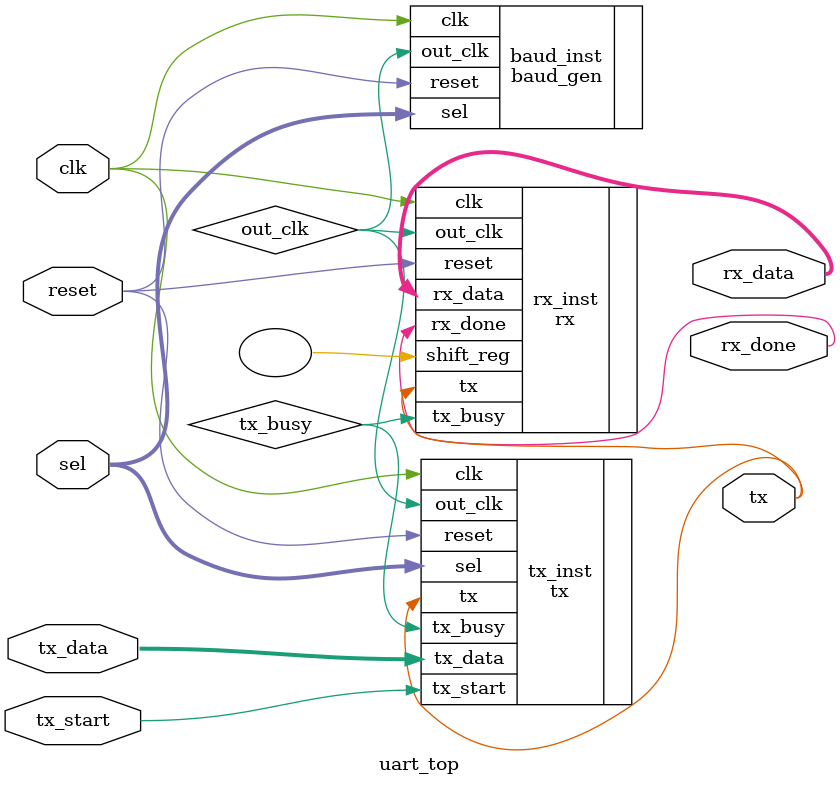
<source format=v>
`timescale 1ns / 1ns
module uart_top (
    input wire clk,                 // System clock...
    input wire reset,               // Reset signal...
    input wire [1:0] sel,           // Baud rate selector...
    input wire tx_start,            // Start signal for TX...
    input wire [7:0] tx_data,       // Data to transmit...
    output wire tx,                 // UART TX line...
    output wire [7:0] rx_data,      // Received data...
    output wire rx_done             // High when RX completes a byte...
);

    wire out_clk;       // Baud clock shared between TX and RX...
    wire tx_busy;       // Indicates TX is transmitting...

    // ---------------------------------------
    // Baud Generator Instance (shared clock)...
    // ---------------------------------------
    baud_gen baud_inst (
        .clk(clk),
        .reset(reset),
        .sel(sel),
        .out_clk(out_clk)
    );

    // ---------------------------------------
    // TX Module...
    // ---------------------------------------
    tx tx_inst (
        .clk(clk),
        .reset(reset),
        .sel(sel),
        .tx_start(tx_start),
        .tx_data(tx_data),
        .tx(tx),
        .tx_busy(tx_busy),
        .out_clk(out_clk)
    );

    // ---------------------------------------
    // RX Module...
    // ---------------------------------------
    rx rx_inst (
        .clk(clk),
        .reset(reset),
        .out_clk(out_clk),
        .tx(tx),            // Connected to TX output
        .tx_busy(tx_busy),  // Reference to start RX
        .rx_data(rx_data),
        .shift_reg(),       // Unused here
        .rx_done(rx_done)
    );

endmodule

</source>
